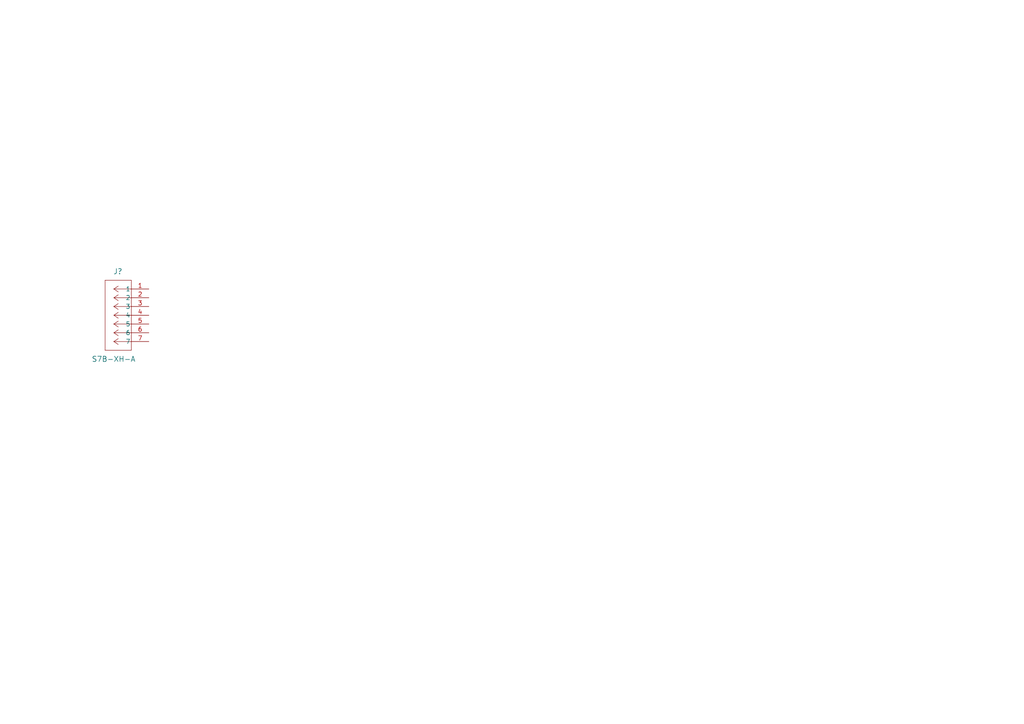
<source format=kicad_sch>
(kicad_sch (version 20230121) (generator eeschema)
  (paper "A4")
  (lib_symbols
    (symbol "FixedWing:S7B-XH-A" (pin_names (offset 0.254))
      (property "Reference" "J" (at 8.89 5.08 0))
      (property "Value" "S7B-XH-A" (at 8.89 -20.32 0))
      (symbol "S7B-XH-A_1_1"
        (polyline (pts (xy 5.08 -17.78) (xy 12.7 -17.78)) (stroke (width 0.127)))
        (polyline (pts (xy 5.08 2.54) (xy 5.08 -17.78)) (stroke (width 0.127)))
        (polyline (pts (xy 10.16 -15.24) (xy 5.08 -15.24)) (stroke (width 0.127)))
        (polyline (pts (xy 10.16 -15.24) (xy 8.89 -16.0867)) (stroke (width 0.127)))
        (polyline (pts (xy 10.16 -15.24) (xy 8.89 -14.3933)) (stroke (width 0.127)))
        (polyline (pts (xy 10.16 -12.7) (xy 5.08 -12.7)) (stroke (width 0.127)))
        (polyline (pts (xy 10.16 -12.7) (xy 8.89 -13.5467)) (stroke (width 0.127)))
        (polyline (pts (xy 10.16 -12.7) (xy 8.89 -11.8533)) (stroke (width 0.127)))
        (polyline (pts (xy 10.16 -10.16) (xy 5.08 -10.16)) (stroke (width 0.127)))
        (polyline (pts (xy 10.16 -10.16) (xy 8.89 -11.0067)) (stroke (width 0.127)))
        (polyline (pts (xy 10.16 -10.16) (xy 8.89 -9.3133)) (stroke (width 0.127)))
        (polyline (pts (xy 10.16 -7.62) (xy 5.08 -7.62)) (stroke (width 0.127)))
        (polyline (pts (xy 10.16 -7.62) (xy 8.89 -8.4667)) (stroke (width 0.127)))
        (polyline (pts (xy 10.16 -7.62) (xy 8.89 -6.7733)) (stroke (width 0.127)))
        (polyline (pts (xy 10.16 -5.08) (xy 5.08 -5.08)) (stroke (width 0.127)))
        (polyline (pts (xy 10.16 -5.08) (xy 8.89 -5.9267)) (stroke (width 0.127)))
        (polyline (pts (xy 10.16 -5.08) (xy 8.89 -4.2333)) (stroke (width 0.127)))
        (polyline (pts (xy 10.16 -2.54) (xy 5.08 -2.54)) (stroke (width 0.127)))
        (polyline (pts (xy 10.16 -2.54) (xy 8.89 -3.3867)) (stroke (width 0.127)))
        (polyline (pts (xy 10.16 -2.54) (xy 8.89 -1.6933)) (stroke (width 0.127)))
        (polyline (pts (xy 10.16 0) (xy 5.08 0)) (stroke (width 0.127)))
        (polyline (pts (xy 10.16 0) (xy 8.89 -0.8467)) (stroke (width 0.127)))
        (polyline (pts (xy 10.16 0) (xy 8.89 0.8467)) (stroke (width 0.127)))
        (polyline (pts (xy 12.7 -17.78) (xy 12.7 2.54)) (stroke (width 0.127)))
        (polyline (pts (xy 12.7 2.54) (xy 5.08 2.54)) (stroke (width 0.127)))
        (pin unspecified line (at 0 0 0) (length 5.08) (name "1") (number "1"))
        (pin unspecified line (at 0 -2.54 0) (length 5.08) (name "2") (number "2"))
        (pin unspecified line (at 0 -5.08 0) (length 5.08) (name "3") (number "3"))
        (pin unspecified line (at 0 -7.62 0) (length 5.08) (name "4") (number "4"))
        (pin unspecified line (at 0 -10.16 0) (length 5.08) (name "5") (number "5"))
        (pin unspecified line (at 0 -12.7 0) (length 5.08) (name "6") (number "6"))
        (pin unspecified line (at 0 -15.24 0) (length 5.08) (name "7") (number "7"))
      )
      (symbol "S7B-XH-A_1_2"
        (polyline (pts (xy 5.08 -17.78) (xy 12.7 -17.78)) (stroke (width 0.127)))
        (polyline (pts (xy 5.08 2.54) (xy 5.08 -17.78)) (stroke (width 0.127)))
        (polyline (pts (xy 7.62 -15.24) (xy 5.08 -15.24)) (stroke (width 0.127)))
        (polyline (pts (xy 7.62 -15.24) (xy 8.89 -16.0867)) (stroke (width 0.127)))
        (polyline (pts (xy 7.62 -15.24) (xy 8.89 -14.3933)) (stroke (width 0.127)))
        (polyline (pts (xy 7.62 -12.7) (xy 5.08 -12.7)) (stroke (width 0.127)))
        (polyline (pts (xy 7.62 -12.7) (xy 8.89 -13.5467)) (stroke (width 0.127)))
        (polyline (pts (xy 7.62 -12.7) (xy 8.89 -11.8533)) (stroke (width 0.127)))
        (polyline (pts (xy 7.62 -10.16) (xy 5.08 -10.16)) (stroke (width 0.127)))
        (polyline (pts (xy 7.62 -10.16) (xy 8.89 -11.0067)) (stroke (width 0.127)))
        (polyline (pts (xy 7.62 -10.16) (xy 8.89 -9.3133)) (stroke (width 0.127)))
        (polyline (pts (xy 7.62 -7.62) (xy 5.08 -7.62)) (stroke (width 0.127)))
        (polyline (pts (xy 7.62 -7.62) (xy 8.89 -8.4667)) (stroke (width 0.127)))
        (polyline (pts (xy 7.62 -7.62) (xy 8.89 -6.7733)) (stroke (width 0.127)))
        (polyline (pts (xy 7.62 -5.08) (xy 5.08 -5.08)) (stroke (width 0.127)))
        (polyline (pts (xy 7.62 -5.08) (xy 8.89 -5.9267)) (stroke (width 0.127)))
        (polyline (pts (xy 7.62 -5.08) (xy 8.89 -4.2333)) (stroke (width 0.127)))
        (polyline (pts (xy 7.62 -2.54) (xy 5.08 -2.54)) (stroke (width 0.127)))
        (polyline (pts (xy 7.62 -2.54) (xy 8.89 -3.3867)) (stroke (width 0.127)))
        (polyline (pts (xy 7.62 -2.54) (xy 8.89 -1.6933)) (stroke (width 0.127)))
        (polyline (pts (xy 7.62 0) (xy 5.08 0)) (stroke (width 0.127)))
        (polyline (pts (xy 7.62 0) (xy 8.89 -0.8467)) (stroke (width 0.127)))
        (polyline (pts (xy 7.62 0) (xy 8.89 0.8467)) (stroke (width 0.127)))
        (polyline (pts (xy 12.7 -17.78) (xy 12.7 2.54)) (stroke (width 0.127)))
        (polyline (pts (xy 12.7 2.54) (xy 5.08 2.54)) (stroke (width 0.127)))
        (pin unspecified line (at 0 0 0) (length 5.08) (name "1") (number "1"))
        (pin unspecified line (at 0 -2.54 0) (length 5.08) (name "2") (number "2"))
        (pin unspecified line (at 0 -5.08 0) (length 5.08) (name "3") (number "3"))
        (pin unspecified line (at 0 -7.62 0) (length 5.08) (name "4") (number "4"))
        (pin unspecified line (at 0 -10.16 0) (length 5.08) (name "5") (number "5"))
        (pin unspecified line (at 0 -12.7 0) (length 5.08) (name "6") (number "6"))
        (pin unspecified line (at 0 -15.24 0) (length 5.08) (name "7") (number "7"))
      )
    )
  )
  (symbol (lib_id "FixedWing:S7B-XH-A") (at 43.18 83.82 0) (mirror y) (unit 1)
    (property "Reference" "J?" (at 35.56 78.74 0) (effects (font (size 1.524 1.524)) (justify left)))
    (property "Value" "S7B-XH-A" (at 39.37 104.14 0) (effects (font (size 1.524 1.524)) (justify left)))
    (property "Footprint" "CONN_S7B-XH-A_JST" (effects hide))
    (property "Datasheet" "S7B-XH-A" (effects hide))
  )
)
</source>
